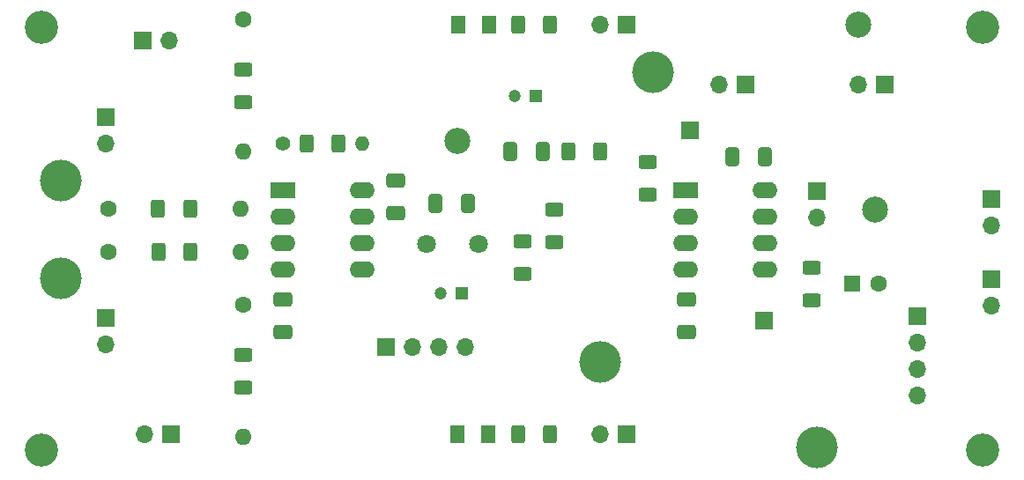
<source format=gbr>
%TF.GenerationSoftware,KiCad,Pcbnew,8.0.0-8.0.0-1~ubuntu22.04.1*%
%TF.CreationDate,2024-03-07T15:00:58-08:00*%
%TF.ProjectId,INAAmplifierRev2,494e4141-6d70-46c6-9966-696572526576,rev?*%
%TF.SameCoordinates,PX2bf7208PY9a4d770*%
%TF.FileFunction,Soldermask,Top*%
%TF.FilePolarity,Negative*%
%FSLAX46Y46*%
G04 Gerber Fmt 4.6, Leading zero omitted, Abs format (unit mm)*
G04 Created by KiCad (PCBNEW 8.0.0-8.0.0-1~ubuntu22.04.1) date 2024-03-07 15:00:58*
%MOMM*%
%LPD*%
G01*
G04 APERTURE LIST*
G04 Aperture macros list*
%AMRoundRect*
0 Rectangle with rounded corners*
0 $1 Rounding radius*
0 $2 $3 $4 $5 $6 $7 $8 $9 X,Y pos of 4 corners*
0 Add a 4 corners polygon primitive as box body*
4,1,4,$2,$3,$4,$5,$6,$7,$8,$9,$2,$3,0*
0 Add four circle primitives for the rounded corners*
1,1,$1+$1,$2,$3*
1,1,$1+$1,$4,$5*
1,1,$1+$1,$6,$7*
1,1,$1+$1,$8,$9*
0 Add four rect primitives between the rounded corners*
20,1,$1+$1,$2,$3,$4,$5,0*
20,1,$1+$1,$4,$5,$6,$7,0*
20,1,$1+$1,$6,$7,$8,$9,0*
20,1,$1+$1,$8,$9,$2,$3,0*%
G04 Aperture macros list end*
%ADD10R,1.700000X1.700000*%
%ADD11O,1.700000X1.700000*%
%ADD12R,2.400000X1.600000*%
%ADD13O,2.400000X1.600000*%
%ADD14RoundRect,0.250000X0.625000X-0.400000X0.625000X0.400000X-0.625000X0.400000X-0.625000X-0.400000X0*%
%ADD15R,1.200000X1.200000*%
%ADD16C,1.200000*%
%ADD17RoundRect,0.250000X-0.625000X0.400000X-0.625000X-0.400000X0.625000X-0.400000X0.625000X0.400000X0*%
%ADD18RoundRect,0.250000X0.400000X0.625000X-0.400000X0.625000X-0.400000X-0.625000X0.400000X-0.625000X0*%
%ADD19C,3.200000*%
%ADD20C,4.000000*%
%ADD21RoundRect,0.250000X-0.650000X0.412500X-0.650000X-0.412500X0.650000X-0.412500X0.650000X0.412500X0*%
%ADD22C,1.600000*%
%ADD23O,1.600000X1.600000*%
%ADD24RoundRect,0.250000X-0.412500X-0.650000X0.412500X-0.650000X0.412500X0.650000X-0.412500X0.650000X0*%
%ADD25C,1.400000*%
%ADD26O,1.400000X1.400000*%
%ADD27R,1.600000X1.600000*%
%ADD28C,2.500000*%
%ADD29RoundRect,0.250000X-0.400000X-0.625000X0.400000X-0.625000X0.400000X0.625000X-0.400000X0.625000X0*%
%ADD30RoundRect,0.250000X0.650000X-0.412500X0.650000X0.412500X-0.650000X0.412500X-0.650000X-0.412500X0*%
%ADD31RoundRect,0.250001X0.462499X0.624999X-0.462499X0.624999X-0.462499X-0.624999X0.462499X-0.624999X0*%
%ADD32C,1.800000*%
%ADD33RoundRect,0.250000X0.412500X0.650000X-0.412500X0.650000X-0.412500X-0.650000X0.412500X-0.650000X0*%
%ADD34RoundRect,0.250001X-0.462499X-0.624999X0.462499X-0.624999X0.462499X0.624999X-0.462499X0.624999X0*%
G04 APERTURE END LIST*
D10*
%TO.C,J15*%
X96000000Y21275000D03*
D11*
X96000000Y18735000D03*
%TD*%
D12*
%TO.C,U2*%
X66660000Y29835000D03*
D13*
X66660000Y27295000D03*
X66660000Y24755000D03*
X66660000Y22215000D03*
X74280000Y22215000D03*
X74280000Y24755000D03*
X74280000Y27295000D03*
X74280000Y29835000D03*
%TD*%
D14*
%TO.C,R8*%
X24130000Y10896000D03*
X24130000Y13996000D03*
%TD*%
D15*
%TO.C,C5*%
X45081323Y19925060D03*
D16*
X43081323Y19925060D03*
%TD*%
D17*
%TO.C,R15*%
X62992000Y32538000D03*
X62992000Y29438000D03*
%TD*%
D18*
%TO.C,R16*%
X53620000Y45720000D03*
X50520000Y45720000D03*
%TD*%
D19*
%TO.C,H1*%
X4699000Y4826000D03*
%TD*%
D20*
%TO.C,TPGND1*%
X79248000Y5080000D03*
%TD*%
D21*
%TO.C,C11*%
X66675000Y19342500D03*
X66675000Y16217500D03*
%TD*%
D10*
%TO.C,J6*%
X85730000Y40005000D03*
D11*
X83190000Y40005000D03*
%TD*%
D19*
%TO.C,H3*%
X95123000Y45466000D03*
%TD*%
D10*
%TO.C,J14*%
X88900000Y17770000D03*
D11*
X88900000Y15230000D03*
X88900000Y12690000D03*
X88900000Y10150000D03*
%TD*%
D22*
%TO.C,R2*%
X11152500Y23876000D03*
D23*
X23852500Y23876000D03*
%TD*%
D20*
%TO.C,TPE-1*%
X6604000Y30734000D03*
%TD*%
D14*
%TO.C,R13*%
X51000000Y21818000D03*
X51000000Y24918000D03*
%TD*%
D19*
%TO.C,H2*%
X4699000Y45466000D03*
%TD*%
D18*
%TO.C,R14*%
X58446000Y33528000D03*
X55346000Y33528000D03*
%TD*%
D24*
%TO.C,C8*%
X49745500Y33528000D03*
X52870500Y33528000D03*
%TD*%
D25*
%TO.C,R10*%
X27940000Y34290000D03*
D26*
X35560000Y34290000D03*
%TD*%
D10*
%TO.C,J8*%
X60965000Y6350000D03*
D11*
X58425000Y6350000D03*
%TD*%
D27*
%TO.C,C13*%
X82637621Y20828000D03*
D22*
X85137621Y20828000D03*
%TD*%
D12*
%TO.C,U1*%
X27925000Y29835000D03*
D13*
X27925000Y27295000D03*
X27925000Y24755000D03*
X27925000Y22215000D03*
X35545000Y22215000D03*
X35545000Y24755000D03*
X35545000Y27295000D03*
X35545000Y29835000D03*
%TD*%
D22*
%TO.C,R5*%
X24130000Y18796000D03*
D23*
X24130000Y6096000D03*
%TD*%
D10*
%TO.C,J4*%
X79248000Y29723000D03*
D11*
X79248000Y27183000D03*
%TD*%
D28*
%TO.C,TPRawOut1*%
X44704000Y34544000D03*
%TD*%
D17*
%TO.C,R11*%
X54000000Y27966000D03*
X54000000Y24866000D03*
%TD*%
D21*
%TO.C,C4*%
X27940000Y19342500D03*
X27940000Y16217500D03*
%TD*%
D22*
%TO.C,R6*%
X24130000Y46228000D03*
D23*
X24130000Y33528000D03*
%TD*%
D10*
%TO.C,J5*%
X72390000Y40005000D03*
D11*
X69850000Y40005000D03*
%TD*%
D29*
%TO.C,R1*%
X15952500Y23876000D03*
X19052500Y23876000D03*
%TD*%
D19*
%TO.C,H4*%
X95123000Y4826000D03*
%TD*%
D30*
%TO.C,C3*%
X38735000Y27647500D03*
X38735000Y30772500D03*
%TD*%
D10*
%TO.C,J12*%
X37856000Y14732000D03*
D11*
X40396000Y14732000D03*
X42936000Y14732000D03*
X45476000Y14732000D03*
%TD*%
D28*
%TO.C,TP_DCBIAS1*%
X84836000Y27940000D03*
%TD*%
D31*
%TO.C,LED2*%
X47670500Y6350000D03*
X44695500Y6350000D03*
%TD*%
D22*
%TO.C,R3*%
X11142867Y28097038D03*
D23*
X23842867Y28097038D03*
%TD*%
D32*
%TO.C,C14*%
X41761057Y24704546D03*
X46761057Y24704546D03*
%TD*%
D28*
%TO.C,TPConditionedOut1*%
X83185000Y45720000D03*
%TD*%
D29*
%TO.C,R7*%
X30200000Y34290000D03*
X33300000Y34290000D03*
%TD*%
D20*
%TO.C,TP+9V1*%
X63500000Y41148000D03*
%TD*%
D15*
%TO.C,C7*%
X52197000Y38862000D03*
D16*
X50197000Y38862000D03*
%TD*%
D10*
%TO.C,J7*%
X60960000Y45720000D03*
D11*
X58420000Y45720000D03*
%TD*%
D10*
%TO.C,J1*%
X10898500Y17531000D03*
D11*
X10898500Y14991000D03*
%TD*%
D10*
%TO.C,J3*%
X17150000Y6350000D03*
D11*
X14610000Y6350000D03*
%TD*%
D20*
%TO.C,TP-9V1*%
X58420000Y13335000D03*
%TD*%
D17*
%TO.C,R12*%
X78740000Y22378000D03*
X78740000Y19278000D03*
%TD*%
D10*
%TO.C,J11*%
X74168000Y17272000D03*
%TD*%
%TO.C,J10*%
X67056000Y35560000D03*
%TD*%
%TO.C,J2*%
X10898500Y36835000D03*
D11*
X10898500Y34295000D03*
%TD*%
D29*
%TO.C,R4*%
X15942867Y28097038D03*
X19042867Y28097038D03*
%TD*%
D33*
%TO.C,C10*%
X74206500Y33020000D03*
X71081500Y33020000D03*
%TD*%
D10*
%TO.C,J13*%
X96000000Y29000000D03*
D11*
X96000000Y26460000D03*
%TD*%
D34*
%TO.C,LED1*%
X44740500Y45720000D03*
X47715500Y45720000D03*
%TD*%
D24*
%TO.C,C6*%
X42549900Y28575000D03*
X45674900Y28575000D03*
%TD*%
D18*
%TO.C,R17*%
X53620000Y6350000D03*
X50520000Y6350000D03*
%TD*%
D20*
%TO.C,TPE+1*%
X6604000Y21336000D03*
%TD*%
D17*
%TO.C,R9*%
X24130000Y41428000D03*
X24130000Y38328000D03*
%TD*%
D10*
%TO.C,J9*%
X14473000Y44196000D03*
D11*
X17013000Y44196000D03*
%TD*%
M02*

</source>
